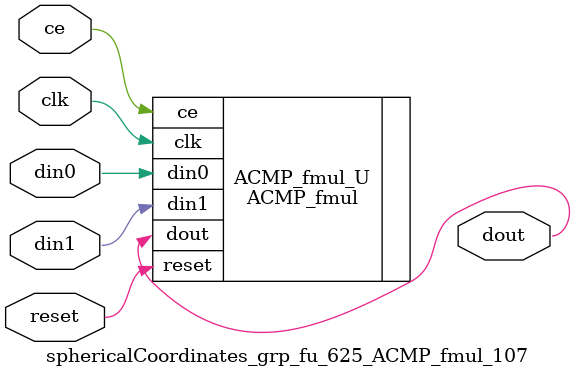
<source format=v>

`timescale 1 ns / 1 ps
module sphericalCoordinates_grp_fu_625_ACMP_fmul_107(
    clk,
    reset,
    ce,
    din0,
    din1,
    dout);

parameter ID = 32'd1;
parameter NUM_STAGE = 32'd1;
parameter din0_WIDTH = 32'd1;
parameter din1_WIDTH = 32'd1;
parameter dout_WIDTH = 32'd1;
input clk;
input reset;
input ce;
input[din0_WIDTH - 1:0] din0;
input[din1_WIDTH - 1:0] din1;
output[dout_WIDTH - 1:0] dout;



ACMP_fmul #(
.ID( ID ),
.NUM_STAGE( 4 ),
.din0_WIDTH( din0_WIDTH ),
.din1_WIDTH( din1_WIDTH ),
.dout_WIDTH( dout_WIDTH ))
ACMP_fmul_U(
    .clk( clk ),
    .reset( reset ),
    .ce( ce ),
    .din0( din0 ),
    .din1( din1 ),
    .dout( dout ));

endmodule

</source>
